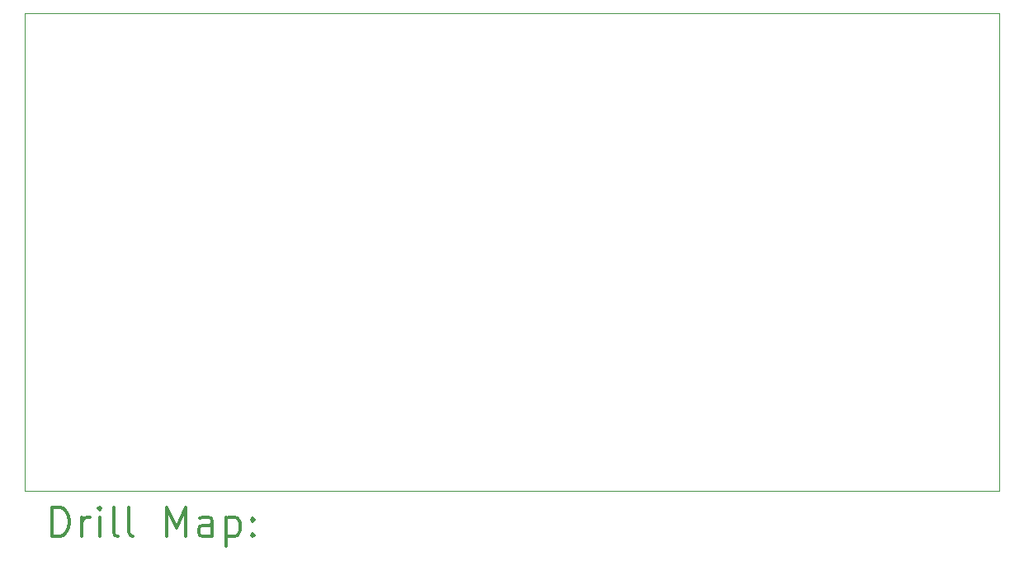
<source format=gbr>
%FSLAX45Y45*%
G04 Gerber Fmt 4.5, Leading zero omitted, Abs format (unit mm)*
G04 Created by KiCad (PCBNEW 5.1.10) date 2021-07-04 18:40:05*
%MOMM*%
%LPD*%
G01*
G04 APERTURE LIST*
%TA.AperFunction,Profile*%
%ADD10C,0.050000*%
%TD*%
%ADD11C,0.200000*%
%ADD12C,0.300000*%
G04 APERTURE END LIST*
D10*
X3500000Y-3100000D02*
X13500000Y-3100000D01*
X3500000Y-8000000D02*
X3500000Y-3100000D01*
X13500000Y-8000000D02*
X3500000Y-8000000D01*
X13500000Y-3100000D02*
X13500000Y-8000000D01*
D11*
D12*
X3783928Y-8468214D02*
X3783928Y-8168214D01*
X3855357Y-8168214D01*
X3898214Y-8182500D01*
X3926786Y-8211071D01*
X3941071Y-8239643D01*
X3955357Y-8296786D01*
X3955357Y-8339643D01*
X3941071Y-8396786D01*
X3926786Y-8425357D01*
X3898214Y-8453929D01*
X3855357Y-8468214D01*
X3783928Y-8468214D01*
X4083928Y-8468214D02*
X4083928Y-8268214D01*
X4083928Y-8325357D02*
X4098214Y-8296786D01*
X4112500Y-8282500D01*
X4141071Y-8268214D01*
X4169643Y-8268214D01*
X4269643Y-8468214D02*
X4269643Y-8268214D01*
X4269643Y-8168214D02*
X4255357Y-8182500D01*
X4269643Y-8196786D01*
X4283928Y-8182500D01*
X4269643Y-8168214D01*
X4269643Y-8196786D01*
X4455357Y-8468214D02*
X4426786Y-8453929D01*
X4412500Y-8425357D01*
X4412500Y-8168214D01*
X4612500Y-8468214D02*
X4583928Y-8453929D01*
X4569643Y-8425357D01*
X4569643Y-8168214D01*
X4955357Y-8468214D02*
X4955357Y-8168214D01*
X5055357Y-8382500D01*
X5155357Y-8168214D01*
X5155357Y-8468214D01*
X5426786Y-8468214D02*
X5426786Y-8311071D01*
X5412500Y-8282500D01*
X5383928Y-8268214D01*
X5326786Y-8268214D01*
X5298214Y-8282500D01*
X5426786Y-8453929D02*
X5398214Y-8468214D01*
X5326786Y-8468214D01*
X5298214Y-8453929D01*
X5283928Y-8425357D01*
X5283928Y-8396786D01*
X5298214Y-8368214D01*
X5326786Y-8353929D01*
X5398214Y-8353929D01*
X5426786Y-8339643D01*
X5569643Y-8268214D02*
X5569643Y-8568214D01*
X5569643Y-8282500D02*
X5598214Y-8268214D01*
X5655357Y-8268214D01*
X5683928Y-8282500D01*
X5698214Y-8296786D01*
X5712500Y-8325357D01*
X5712500Y-8411072D01*
X5698214Y-8439643D01*
X5683928Y-8453929D01*
X5655357Y-8468214D01*
X5598214Y-8468214D01*
X5569643Y-8453929D01*
X5841071Y-8439643D02*
X5855357Y-8453929D01*
X5841071Y-8468214D01*
X5826786Y-8453929D01*
X5841071Y-8439643D01*
X5841071Y-8468214D01*
X5841071Y-8282500D02*
X5855357Y-8296786D01*
X5841071Y-8311071D01*
X5826786Y-8296786D01*
X5841071Y-8282500D01*
X5841071Y-8311071D01*
M02*

</source>
